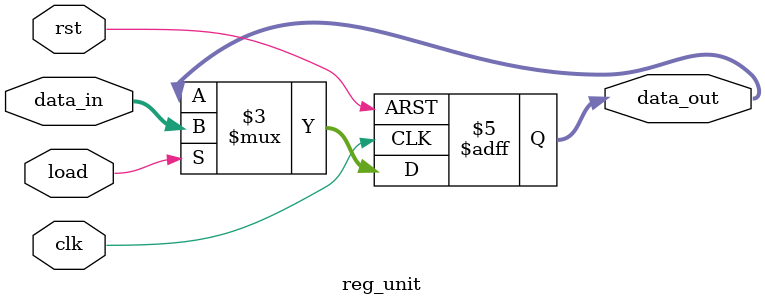
<source format=v>
module reg_unit #(parameter ff_sz=8)
	(	output reg[ff_sz-1:0] data_out,
		input [ff_sz-1:0] data_in,
		input load,
		input clk, rst);
	always @(posedge clk or negedge rst)
		if (~rst)
			data_out <= 0;
		else if (load)
			data_out <= data_in;
endmodule
</source>
